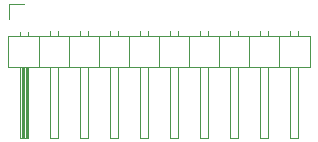
<source format=gbr>
G04 #@! TF.GenerationSoftware,KiCad,Pcbnew,(5.1.5-0-10_14)*
G04 #@! TF.CreationDate,2020-04-19T21:27:58+02:00*
G04 #@! TF.ProjectId,inuk-passive-led-shield,696e756b-2d70-4617-9373-6976652d6c65,rev?*
G04 #@! TF.SameCoordinates,Original*
G04 #@! TF.FileFunction,Legend,Bot*
G04 #@! TF.FilePolarity,Positive*
%FSLAX46Y46*%
G04 Gerber Fmt 4.6, Leading zero omitted, Abs format (unit mm)*
G04 Created by KiCad (PCBNEW (5.1.5-0-10_14)) date 2020-04-19 21:27:58*
%MOMM*%
%LPD*%
G04 APERTURE LIST*
%ADD10C,0.120000*%
G04 APERTURE END LIST*
D10*
X92300000Y-139700000D02*
X92300000Y-140970000D01*
X93570000Y-139700000D02*
X92300000Y-139700000D01*
X116810000Y-142012929D02*
X116810000Y-142410000D01*
X116050000Y-142012929D02*
X116050000Y-142410000D01*
X116810000Y-151070000D02*
X116810000Y-145070000D01*
X116050000Y-151070000D02*
X116810000Y-151070000D01*
X116050000Y-145070000D02*
X116050000Y-151070000D01*
X115160000Y-142410000D02*
X115160000Y-145070000D01*
X114270000Y-142012929D02*
X114270000Y-142410000D01*
X113510000Y-142012929D02*
X113510000Y-142410000D01*
X114270000Y-151070000D02*
X114270000Y-145070000D01*
X113510000Y-151070000D02*
X114270000Y-151070000D01*
X113510000Y-145070000D02*
X113510000Y-151070000D01*
X112620000Y-142410000D02*
X112620000Y-145070000D01*
X111730000Y-142012929D02*
X111730000Y-142410000D01*
X110970000Y-142012929D02*
X110970000Y-142410000D01*
X111730000Y-151070000D02*
X111730000Y-145070000D01*
X110970000Y-151070000D02*
X111730000Y-151070000D01*
X110970000Y-145070000D02*
X110970000Y-151070000D01*
X110080000Y-142410000D02*
X110080000Y-145070000D01*
X109190000Y-142012929D02*
X109190000Y-142410000D01*
X108430000Y-142012929D02*
X108430000Y-142410000D01*
X109190000Y-151070000D02*
X109190000Y-145070000D01*
X108430000Y-151070000D02*
X109190000Y-151070000D01*
X108430000Y-145070000D02*
X108430000Y-151070000D01*
X107540000Y-142410000D02*
X107540000Y-145070000D01*
X106650000Y-142012929D02*
X106650000Y-142410000D01*
X105890000Y-142012929D02*
X105890000Y-142410000D01*
X106650000Y-151070000D02*
X106650000Y-145070000D01*
X105890000Y-151070000D02*
X106650000Y-151070000D01*
X105890000Y-145070000D02*
X105890000Y-151070000D01*
X105000000Y-142410000D02*
X105000000Y-145070000D01*
X104110000Y-142012929D02*
X104110000Y-142410000D01*
X103350000Y-142012929D02*
X103350000Y-142410000D01*
X104110000Y-151070000D02*
X104110000Y-145070000D01*
X103350000Y-151070000D02*
X104110000Y-151070000D01*
X103350000Y-145070000D02*
X103350000Y-151070000D01*
X102460000Y-142410000D02*
X102460000Y-145070000D01*
X101570000Y-142012929D02*
X101570000Y-142410000D01*
X100810000Y-142012929D02*
X100810000Y-142410000D01*
X101570000Y-151070000D02*
X101570000Y-145070000D01*
X100810000Y-151070000D02*
X101570000Y-151070000D01*
X100810000Y-145070000D02*
X100810000Y-151070000D01*
X99920000Y-142410000D02*
X99920000Y-145070000D01*
X99030000Y-142012929D02*
X99030000Y-142410000D01*
X98270000Y-142012929D02*
X98270000Y-142410000D01*
X99030000Y-151070000D02*
X99030000Y-145070000D01*
X98270000Y-151070000D02*
X99030000Y-151070000D01*
X98270000Y-145070000D02*
X98270000Y-151070000D01*
X97380000Y-142410000D02*
X97380000Y-145070000D01*
X96490000Y-142012929D02*
X96490000Y-142410000D01*
X95730000Y-142012929D02*
X95730000Y-142410000D01*
X96490000Y-151070000D02*
X96490000Y-145070000D01*
X95730000Y-151070000D02*
X96490000Y-151070000D01*
X95730000Y-145070000D02*
X95730000Y-151070000D01*
X94840000Y-142410000D02*
X94840000Y-145070000D01*
X93950000Y-142080000D02*
X93950000Y-142410000D01*
X93190000Y-142080000D02*
X93190000Y-142410000D01*
X93850000Y-145070000D02*
X93850000Y-151070000D01*
X93730000Y-145070000D02*
X93730000Y-151070000D01*
X93610000Y-145070000D02*
X93610000Y-151070000D01*
X93490000Y-145070000D02*
X93490000Y-151070000D01*
X93370000Y-145070000D02*
X93370000Y-151070000D01*
X93250000Y-145070000D02*
X93250000Y-151070000D01*
X93950000Y-151070000D02*
X93950000Y-145070000D01*
X93190000Y-151070000D02*
X93950000Y-151070000D01*
X93190000Y-145070000D02*
X93190000Y-151070000D01*
X92240000Y-145070000D02*
X92240000Y-142410000D01*
X117760000Y-145070000D02*
X92240000Y-145070000D01*
X117760000Y-142410000D02*
X117760000Y-145070000D01*
X92240000Y-142410000D02*
X117760000Y-142410000D01*
M02*

</source>
